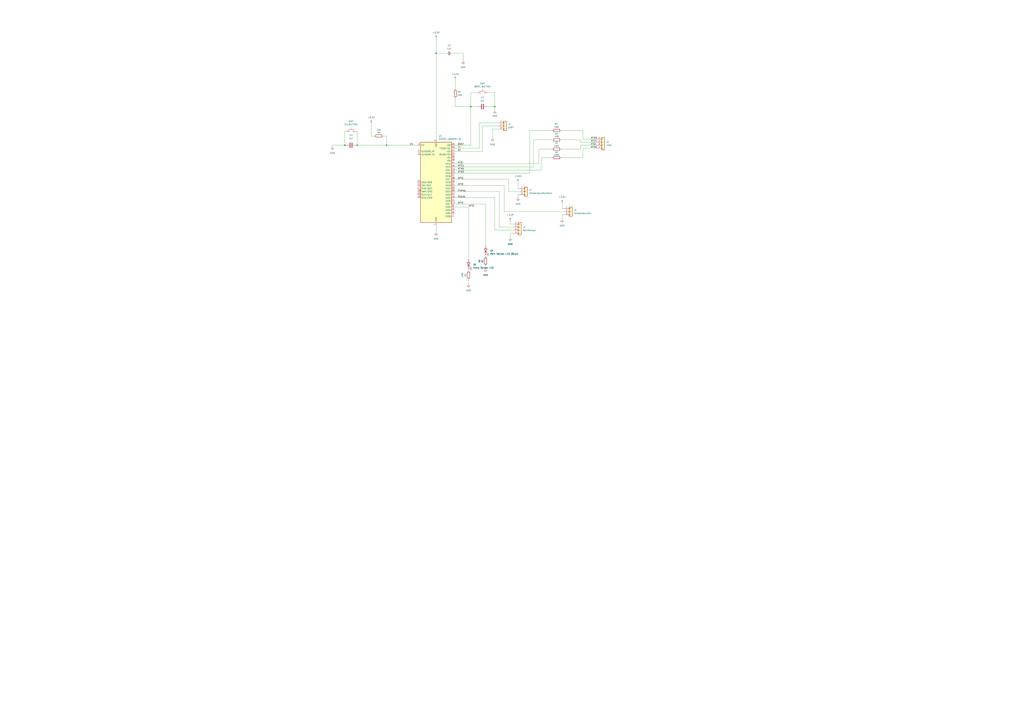
<source format=kicad_sch>
(kicad_sch (version 20230121) (generator eeschema)
  (paper "A1")
  (lib_symbols
    (symbol "Connector_Generic:Conn_01x03" (pin_names (offset 1.016) hide)
      (property "Reference" "J" (at 0 5.08 0))
      (property "Value" "Conn_01x03" (at 0 -5.08 0))
      (symbol "Conn_01x03_1_1"
        (rectangle (start -1.27 -2.413) (end 0 -2.667) (stroke (width 0.1524)))
        (rectangle (start -1.27 0.127) (end 0 -0.127) (stroke (width 0.1524)))
        (rectangle (start -1.27 2.667) (end 0 2.413) (stroke (width 0.1524)))
        (rectangle (start -1.27 3.81) (end 1.27 -3.81) (stroke (width 0.254)) (fill (type background)))
        (pin passive line (at -5.08 2.54 0) (length 3.81) (name "Pin_1") (number "1"))
        (pin passive line (at -5.08 0 0) (length 3.81) (name "Pin_2") (number "2"))
        (pin passive line (at -5.08 -2.54 0) (length 3.81) (name "Pin_3") (number "3"))
      )
    )
    (symbol "Connector_Generic:Conn_01x04" (pin_names (offset 1.016) hide)
      (property "Reference" "J" (at 0 5.08 0))
      (property "Value" "Conn_01x04" (at 0 -7.62 0))
      (symbol "Conn_01x04_1_1"
        (rectangle (start -1.27 -4.953) (end 0 -5.207) (stroke (width 0.1524)))
        (rectangle (start -1.27 -2.413) (end 0 -2.667) (stroke (width 0.1524)))
        (rectangle (start -1.27 0.127) (end 0 -0.127) (stroke (width 0.1524)))
        (rectangle (start -1.27 2.667) (end 0 2.413) (stroke (width 0.1524)))
        (rectangle (start -1.27 3.81) (end 1.27 -6.35) (stroke (width 0.254)) (fill (type background)))
        (pin passive line (at -5.08 2.54 0) (length 3.81) (name "Pin_1") (number "1"))
        (pin passive line (at -5.08 0 0) (length 3.81) (name "Pin_2") (number "2"))
        (pin passive line (at -5.08 -2.54 0) (length 3.81) (name "Pin_3") (number "3"))
        (pin passive line (at -5.08 -5.08 0) (length 3.81) (name "Pin_4") (number "4"))
      )
    )
    (symbol "Device:C" (pin_numbers hide) (pin_names (offset 0.254))
      (property "Reference" "C" (at 0.635 2.54 0))
      (property "Value" "C" (at 0.635 -2.54 0))
      (symbol "C_0_1"
        (polyline (pts (xy -2.032 -0.762) (xy 2.032 -0.762)) (stroke (width 0.508)))
        (polyline (pts (xy -2.032 0.762) (xy 2.032 0.762)) (stroke (width 0.508)))
      )
      (symbol "C_1_1"
        (pin passive line (at 0 3.81 270) (length 2.794) (name "~") (number "1"))
        (pin passive line (at 0 -3.81 90) (length 2.794) (name "~") (number "2"))
      )
    )
    (symbol "Device:C_Small" (pin_numbers hide) (pin_names (offset 0.254) hide)
      (property "Reference" "C" (at 0.254 1.778 0))
      (property "Value" "C_Small" (at 0.254 -2.032 0))
      (symbol "C_Small_0_1"
        (polyline (pts (xy -1.524 -0.508) (xy 1.524 -0.508)) (stroke (width 0.3302)))
        (polyline (pts (xy -1.524 0.508) (xy 1.524 0.508)) (stroke (width 0.3048)))
      )
      (symbol "C_Small_1_1"
        (pin passive line (at 0 2.54 270) (length 2.032) (name "~") (number "1"))
        (pin passive line (at 0 -2.54 90) (length 2.032) (name "~") (number "2"))
      )
    )
    (symbol "Device:LED" (pin_numbers hide) (pin_names (offset 1.016) hide)
      (property "Reference" "D" (at 0 2.54 0))
      (property "Value" "LED" (at 0 -2.54 0))
      (symbol "LED_0_1"
        (polyline (pts (xy -1.27 -1.27) (xy -1.27 1.27)) (stroke (width 0.254)))
        (polyline (pts (xy -1.27 0) (xy 1.27 0)))
        (polyline (pts (xy 1.27 -1.27) (xy 1.27 1.27) (xy -1.27 0) (xy 1.27 -1.27)) (stroke (width 0.254)))
        (polyline (pts (xy -3.048 -0.762) (xy -4.572 -2.286) (xy -3.81 -2.286) (xy -4.572 -2.286) (xy -4.572 -1.524)))
        (polyline (pts (xy -1.778 -0.762) (xy -3.302 -2.286) (xy -2.54 -2.286) (xy -3.302 -2.286) (xy -3.302 -1.524)))
      )
      (symbol "LED_1_1"
        (pin passive line (at -3.81 0 0) (length 2.54) (name "K") (number "1"))
        (pin passive line (at 3.81 0 180) (length 2.54) (name "A") (number "2"))
      )
    )
    (symbol "Device:R" (pin_numbers hide) (pin_names (offset 0))
      (property "Reference" "R" (at 2.032 0 90))
      (property "Value" "R" (at 0 0 90))
      (symbol "R_0_1"
        (rectangle (start -1.016 -2.54) (end 1.016 2.54) (stroke (width 0.254)))
      )
      (symbol "R_1_1"
        (pin passive line (at 0 3.81 270) (length 1.27) (name "~") (number "1"))
        (pin passive line (at 0 -3.81 90) (length 1.27) (name "~") (number "2"))
      )
    )
    (symbol "ESP32-WROOM-32_1"
      (property "Reference" "U" (at -12.7 34.29 0))
      (property "Value" "ESP32-WROOM-32" (at 1.27 34.29 0))
      (symbol "ESP32-WROOM-32_1_0_1"
        (rectangle (start -12.7 33.02) (end 12.7 -33.02) (stroke (width 0.254)) (fill (type background)))
      )
      (symbol "ESP32-WROOM-32_1_1_1"
        (pin power_in line (at 0 -35.56 90) (length 2.54) (name "GND") (number "1"))
        (pin bidirectional line (at 15.24 -12.7 180) (length 2.54) (name "IO25") (number "10"))
        (pin bidirectional line (at 15.24 -15.24 180) (length 2.54) (name "IO26") (number "11"))
        (pin bidirectional line (at 15.24 -17.78 180) (length 2.54) (name "IO27") (number "12"))
        (pin bidirectional line (at 15.24 10.16 180) (length 2.54) (name "IO14") (number "13"))
        (pin bidirectional line (at 15.24 15.24 180) (length 2.54) (name "IO12") (number "14"))
        (pin passive line (at 0 -35.56 90) (length 2.54) hide (name "GND") (number "15"))
        (pin bidirectional line (at 15.24 12.7 180) (length 2.54) (name "IO13") (number "16"))
        (pin bidirectional line (at -15.24 -5.08 0) (length 2.54) (name "SHD/SD2") (number "17"))
        (pin bidirectional line (at -15.24 -7.62 0) (length 2.54) (name "SWP/SD3") (number "18"))
        (pin bidirectional line (at -15.24 -12.7 0) (length 2.54) (name "SCS/CMD") (number "19"))
        (pin power_in line (at 0 35.56 270) (length 2.54) (name "VDD") (number "2"))
        (pin bidirectional line (at -15.24 -10.16 0) (length 2.54) (name "SCK/CLK") (number "20"))
        (pin bidirectional line (at -15.24 0 0) (length 2.54) (name "SDO/SD0") (number "21"))
        (pin bidirectional line (at -15.24 -2.54 0) (length 2.54) (name "SDI/SD1") (number "22"))
        (pin bidirectional line (at 15.24 7.62 180) (length 2.54) (name "IO15") (number "23"))
        (pin bidirectional line (at 15.24 25.4 180) (length 2.54) (name "IO2") (number "24"))
        (pin bidirectional line (at 15.24 30.48 180) (length 2.54) (name "IO0") (number "25"))
        (pin bidirectional line (at 15.24 20.32 180) (length 2.54) (name "IO4") (number "26"))
        (pin bidirectional line (at 15.24 5.08 180) (length 2.54) (name "IO16") (number "27"))
        (pin bidirectional line (at 15.24 2.54 180) (length 2.54) (name "IO17") (number "28"))
        (pin bidirectional line (at 15.24 17.78 180) (length 2.54) (name "IO5") (number "29"))
        (pin input line (at -15.24 30.48 0) (length 2.54) (name "EN") (number "3"))
        (pin bidirectional line (at 15.24 0 180) (length 2.54) (name "IO18") (number "30"))
        (pin bidirectional line (at 15.24 -2.54 180) (length 2.54) (name "IO19") (number "31"))
        (pin no_connect line (at -12.7 -27.94 0) (length 2.54) hide (name "NC") (number "32"))
        (pin bidirectional line (at 15.24 -5.08 180) (length 2.54) (name "IO21") (number "33"))
        (pin bidirectional line (at 15.24 22.86 180) (length 2.54) (name "RXD0/IO3") (number "34"))
        (pin bidirectional line (at 15.24 27.94 180) (length 2.54) (name "TXD0/IO1") (number "35"))
        (pin bidirectional line (at 15.24 -7.62 180) (length 2.54) (name "IO22") (number "36"))
        (pin bidirectional line (at 15.24 -10.16 180) (length 2.54) (name "IO23") (number "37"))
        (pin passive line (at 0 -35.56 90) (length 2.54) hide (name "GND") (number "38"))
        (pin passive line (at 0 -35.56 90) (length 2.54) hide (name "GND") (number "39"))
        (pin input line (at -15.24 25.4 0) (length 2.54) (name "SENSOR_VP") (number "4"))
        (pin input line (at -15.24 22.86 0) (length 2.54) (name "SENSOR_VN") (number "5"))
        (pin input line (at 15.24 -25.4 180) (length 2.54) (name "IO34") (number "6"))
        (pin input line (at 15.24 -27.94 180) (length 2.54) (name "IO35") (number "7"))
        (pin bidirectional line (at 15.24 -20.32 180) (length 2.54) (name "IO32") (number "8"))
        (pin bidirectional line (at 15.24 -22.86 180) (length 2.54) (name "IO33") (number "9"))
      )
    )
    (symbol "Switch:SW_Push" (pin_numbers hide) (pin_names (offset 1.016) hide)
      (property "Reference" "SW" (at 1.27 2.54 0))
      (property "Value" "SW_Push" (at 0 -1.524 0))
      (symbol "SW_Push_0_1"
        (circle (center -2.032 0) (radius 0.508))
        (polyline (pts (xy 0 1.27) (xy 0 3.048)))
        (polyline (pts (xy 2.54 1.27) (xy -2.54 1.27)))
        (circle (center 2.032 0) (radius 0.508))
        (pin passive line (at -5.08 0 0) (length 2.54) (name "1") (number "1"))
        (pin passive line (at 5.08 0 180) (length 2.54) (name "2") (number "2"))
      )
    )
    (symbol "power:+3.3V" (power) (pin_names (offset 0))
      (property "Value" "+3.3V" (at 0 3.556 0))
      (symbol "+3.3V_0_1"
        (polyline (pts (xy -0.762 1.27) (xy 0 2.54)))
        (polyline (pts (xy 0 0) (xy 0 2.54)))
        (polyline (pts (xy 0 2.54) (xy 0.762 1.27)))
      )
      (symbol "+3.3V_1_1"
        (pin power_in line (at 0 0 90) (length 0) hide (name "+3.3V") (number "1"))
      )
    )
    (symbol "power:GND" (power) (pin_names (offset 0))
      (property "Value" "GND" (at 0 -3.81 0))
      (symbol "GND_0_1"
        (polyline (pts (xy 0 0) (xy 0 -1.27) (xy 1.27 -1.27) (xy 0 -2.54) (xy -1.27 -1.27) (xy 0 -1.27)))
      )
      (symbol "GND_1_1"
        (pin power_in line (at 0 0 270) (length 0) hide (name "GND") (number "1"))
      )
    )
  )
  (junction (at 293.37 119.38))
  (junction (at 317.5 119.38))
  (junction (at 283.21 119.38))
  (junction (at 358.14 43.815))
  (junction (at 386.715 87.63))
  (junction (at 406.4 87.63))
  (wire (pts (xy 373.38 119.38) (xy 386.715 119.38)))
  (wire (pts (xy 396.24 124.46) (xy 396.24 103.505)))
  (wire (pts (xy 438.15 137.16) (xy 438.15 114.935)))
  (wire (pts (xy 384.81 170.18) (xy 384.81 213.36)))
  (wire (pts (xy 373.38 134.62) (xy 442.595 134.62)))
  (wire (pts (xy 406.4 162.56) (xy 373.38 162.56)))
  (wire (pts (xy 476.885 114.935) (xy 476.885 116.84)))
  (wire (pts (xy 461.01 129.54) (xy 478.79 129.54)))
  (wire (pts (xy 386.715 87.63) (xy 374.015 87.63)))
  (wire (pts (xy 317.5 111.76) (xy 314.96 111.76)))
  (wire (pts (xy 426.72 154.94) (xy 425.45 154.94)))
  (wire (pts (xy 373.38 137.16) (xy 438.15 137.16)))
  (wire (pts (xy 384.81 222.25) (xy 384.81 220.98)))
  (wire (pts (xy 371.475 43.815) (xy 380.365 43.815)))
  (wire (pts (xy 283.21 119.38) (xy 284.48 119.38)))
  (wire (pts (xy 434.975 107.315) (xy 453.39 107.315)))
  (wire (pts (xy 398.78 167.64) (xy 398.78 201.93)))
  (wire (pts (xy 461.645 176.53) (xy 461.645 180.34)))
  (wire (pts (xy 373.38 170.18) (xy 384.81 170.18)))
  (wire (pts (xy 358.14 185.42) (xy 358.14 191.135)))
  (wire (pts (xy 386.715 87.63) (xy 392.43 87.63)))
  (wire (pts (xy 438.15 114.935) (xy 453.39 114.935)))
  (wire (pts (xy 293.37 119.38) (xy 317.5 119.38)))
  (wire (pts (xy 419.1 195.58) (xy 419.1 191.77)))
  (wire (pts (xy 410.21 157.48) (xy 373.38 157.48)))
  (wire (pts (xy 283.21 107.95) (xy 283.21 119.38)))
  (wire (pts (xy 442.595 122.555) (xy 453.39 122.555)))
  (wire (pts (xy 406.4 87.63) (xy 406.4 90.805)))
  (wire (pts (xy 421.64 186.69) (xy 410.21 186.69)))
  (wire (pts (xy 406.4 189.23) (xy 406.4 162.56)))
  (wire (pts (xy 478.79 114.3) (xy 490.22 114.3)))
  (wire (pts (xy 386.715 76.2) (xy 391.16 76.2)))
  (wire (pts (xy 396.24 103.505) (xy 409.575 103.505)))
  (wire (pts (xy 461.01 114.935) (xy 476.885 114.935)))
  (wire (pts (xy 317.5 119.38) (xy 317.5 111.76)))
  (wire (pts (xy 417.83 147.32) (xy 417.83 157.48)))
  (wire (pts (xy 426.72 160.02) (xy 425.45 160.02)))
  (wire (pts (xy 419.1 191.77) (xy 421.64 191.77)))
  (wire (pts (xy 476.885 122.555) (xy 476.885 119.38)))
  (wire (pts (xy 292.1 119.38) (xy 293.37 119.38)))
  (wire (pts (xy 421.64 184.15) (xy 419.1 184.15)))
  (wire (pts (xy 393.7 121.92) (xy 393.7 100.965)))
  (wire (pts (xy 406.4 87.63) (xy 406.4 76.2)))
  (wire (pts (xy 380.365 43.815) (xy 380.365 50.165)))
  (wire (pts (xy 342.9 119.38) (xy 317.5 119.38)))
  (wire (pts (xy 414.02 152.4) (xy 414.02 173.99)))
  (wire (pts (xy 476.885 116.84) (xy 490.22 116.84)))
  (wire (pts (xy 386.715 87.63) (xy 386.715 76.2)))
  (wire (pts (xy 373.38 167.64) (xy 398.78 167.64)))
  (wire (pts (xy 444.5 129.54) (xy 453.39 129.54)))
  (wire (pts (xy 304.8 111.76) (xy 304.8 101.6)))
  (wire (pts (xy 417.83 157.48) (xy 426.72 157.48)))
  (wire (pts (xy 358.14 31.75) (xy 358.14 43.815)))
  (wire (pts (xy 463.55 171.45) (xy 461.645 171.45)))
  (wire (pts (xy 398.78 209.55) (xy 398.78 210.82)))
  (wire (pts (xy 425.45 154.94) (xy 425.45 149.86)))
  (wire (pts (xy 358.14 43.815) (xy 366.395 43.815)))
  (wire (pts (xy 373.38 142.24) (xy 434.975 142.24)))
  (wire (pts (xy 398.78 218.44) (xy 398.78 220.98)))
  (wire (pts (xy 307.34 111.76) (xy 304.8 111.76)))
  (wire (pts (xy 401.32 76.2) (xy 406.4 76.2)))
  (wire (pts (xy 478.79 121.92) (xy 490.22 121.92)))
  (wire (pts (xy 461.645 171.45) (xy 461.645 167.005)))
  (wire (pts (xy 386.715 119.38) (xy 386.715 87.63)))
  (wire (pts (xy 373.38 152.4) (xy 414.02 152.4)))
  (wire (pts (xy 478.79 129.54) (xy 478.79 121.92)))
  (wire (pts (xy 409.575 106.045) (xy 404.495 106.045)))
  (wire (pts (xy 373.38 124.46) (xy 396.24 124.46)))
  (wire (pts (xy 283.21 119.38) (xy 273.05 119.38)))
  (wire (pts (xy 384.81 229.87) (xy 384.81 233.68)))
  (wire (pts (xy 358.14 43.815) (xy 358.14 114.3)))
  (wire (pts (xy 414.02 173.99) (xy 463.55 173.99)))
  (wire (pts (xy 373.38 139.7) (xy 444.5 139.7)))
  (wire (pts (xy 400.05 87.63) (xy 406.4 87.63)))
  (wire (pts (xy 434.975 107.315) (xy 434.975 142.24)))
  (wire (pts (xy 410.21 186.69) (xy 410.21 157.48)))
  (wire (pts (xy 461.01 122.555) (xy 476.885 122.555)))
  (wire (pts (xy 393.7 100.965) (xy 409.575 100.965)))
  (wire (pts (xy 373.38 121.92) (xy 393.7 121.92)))
  (wire (pts (xy 444.5 139.7) (xy 444.5 129.54)))
  (wire (pts (xy 442.595 134.62) (xy 442.595 122.555)))
  (wire (pts (xy 478.79 107.315) (xy 478.79 114.3)))
  (wire (pts (xy 404.495 106.045) (xy 404.495 113.665)))
  (wire (pts (xy 293.37 107.95) (xy 293.37 119.38)))
  (wire (pts (xy 461.01 107.315) (xy 478.79 107.315)))
  (wire (pts (xy 374.015 65.405) (xy 374.015 73.025)))
  (wire (pts (xy 273.05 119.38) (xy 273.05 120.65)))
  (wire (pts (xy 463.55 176.53) (xy 461.645 176.53)))
  (wire (pts (xy 419.1 184.15) (xy 419.1 181.61)))
  (wire (pts (xy 421.64 189.23) (xy 406.4 189.23)))
  (wire (pts (xy 425.45 160.02) (xy 425.45 162.56)))
  (wire (pts (xy 374.015 87.63) (xy 374.015 80.645)))
  (wire (pts (xy 476.885 119.38) (xy 490.22 119.38)))
  (wire (pts (xy 373.38 147.32) (xy 417.83 147.32)))
  (label "MTCK" (at 485.14 116.84 0))
  (label "BOOT" (at 375.92 119.38 0))
  (label "GPIO" (at 384.81 170.18 0))
  (label "EN" (at 336.55 119.38 0))
  (label "MTDI" (at 485.14 119.38 0))
  (label "Analog" (at 375.92 157.48 0))
  (label "MTMS" (at 485.14 121.92 0))
  (label "GPIO" (at 375.92 167.64 0))
  (label "MTDO" (at 375.92 142.24 0))
  (label "MTMS" (at 375.92 139.7 0))
  (label "RX" (at 375.92 124.46 0))
  (label "GPIO" (at 375.92 147.32 0))
  (label "MTDO" (at 485.14 114.3 0))
  (label "GPIO" (at 375.92 152.4 0))
  (label "MTCK" (at 375.92 137.16 0))
  (label "Digital" (at 375.92 162.56 0))
  (label "MTDI" (at 375.92 134.62 0))
  (label "TX" (at 375.92 121.92 0))
  (symbol (lib_id "power:GND") (at 384.81 233.68 0) (unit 1)
    (property "Reference" "#PWR011" (effects hide))
    (property "Value" "GND" (at 384.81 238.76 0))
  )
  (symbol (lib_id "power:+3.3V") (at 358.14 31.75 0) (unit 1)
    (property "Reference" "#PWR02" (effects hide))
    (property "Value" "+3.3V" (at 358.14 26.67 0))
  )
  (symbol (lib_id "Device:C") (at 288.29 119.38 90) (unit 1)
    (property "Reference" "C?" (at 288.29 111.125 90))
    (property "Value" "1uF" (at 288.29 113.665 90))
  )
  (symbol (lib_id "power:+3.3V") (at 304.8 101.6 0) (unit 1)
    (property "Reference" "#PWR08" (effects hide))
    (property "Value" "+3.3V" (at 304.8 96.52 0))
  )
  (symbol (lib_id "power:GND") (at 358.14 191.135 0) (unit 1)
    (property "Reference" "#PWR01" (effects hide))
    (property "Value" "GND" (at 358.14 196.215 0))
  )
  (symbol (lib_id "Device:LED") (at 384.81 217.17 90) (unit 1)
    (property "Reference" "D?" (at 388.62 217.4875 90) (effects (justify right)))
    (property "Value" "Temp Sensor LED" (at 388.62 220.0275 90) (effects (justify right)))
  )
  (symbol (lib_id "Switch:SW_Push") (at 396.24 76.2 0) (unit 1)
    (property "Reference" "SW?" (at 396.24 68.58 0))
    (property "Value" "BOOT_BUTTON" (at 396.24 71.12 0))
  )
  (symbol (lib_id "power:GND") (at 419.1 195.58 0) (unit 1)
    (property "Reference" "#PWR07" (effects hide))
    (property "Value" "GND" (at 419.1 200.66 0))
  )
  (symbol (lib_id "Device:R") (at 457.2 129.54 90) (unit 1)
    (property "Reference" "R?" (at 457.2 125.222 90))
    (property "Value" "100" (at 456.946 127.254 90))
  )
  (symbol (lib_id "Device:R") (at 374.015 76.835 180) (unit 1)
    (property "Reference" "R?" (at 375.92 75.565 0) (effects (justify right)))
    (property "Value" "10k" (at 375.92 78.105 0) (effects (justify right)))
  )
  (symbol (lib_id "power:GND") (at 404.495 113.665 0) (unit 1)
    (property "Reference" "#PWR010" (effects hide))
    (property "Value" "GND" (at 404.495 118.745 0))
  )
  (symbol (lib_name "ESP32-WROOM-32_1") (lib_id "RF_Module:ESP32-WROOM-32") (at 358.14 149.86 0) (unit 1)
    (property "Reference" "U?" (at 360.3341 111.76 0) (effects (justify left)))
    (property "Value" "ESP32-WROOM-32" (at 360.3341 114.3 0) (effects (justify left)))
    (property "Footprint" "RF_Module:ESP32-WROOM-32" (effects hide))
    (property "Datasheet" "https://www.espressif.com/sites/default/files/documentation/esp32-wroom-32_datasheet_en.pdf" (effects hide))
  )
  (symbol (lib_id "Device:R") (at 384.81 226.06 0) (unit 1)
    (property "Reference" "R?" (at 382.27 227.33 90) (effects (justify left)))
    (property "Value" "100" (at 379.73 227.965 90) (effects (justify left)))
  )
  (symbol (lib_id "Connector_Generic:Conn_01x03") (at 414.655 103.505 0) (unit 1)
    (property "Reference" "J?" (at 417.195 102.235 0) (effects (justify left)))
    (property "Value" "UART" (at 417.195 104.775 0) (effects (justify left)))
  )
  (symbol (lib_id "Device:C_Small") (at 368.935 43.815 90) (unit 1)
    (property "Reference" "C?" (at 368.9413 37.465 90))
    (property "Value" "1uF" (at 368.9413 40.005 90))
  )
  (symbol (lib_id "Device:R") (at 457.2 114.935 90) (unit 1)
    (property "Reference" "R?" (at 457.2 110.109 90))
    (property "Value" "100" (at 457.2 112.268 90))
  )
  (symbol (lib_id "power:+3.3V") (at 419.1 181.61 0) (unit 1)
    (property "Reference" "#PWR05" (effects hide))
    (property "Value" "+3.3V" (at 419.1 176.53 0))
  )
  (symbol (lib_id "Device:LED") (at 398.78 205.74 90) (unit 1)
    (property "Reference" "D?" (at 402.59 206.0575 90) (effects (justify right)))
    (property "Value" "Rain Sensor LED (Blue)" (at 402.59 208.5975 90) (effects (justify right)))
  )
  (symbol (lib_id "Device:R") (at 311.15 111.76 270) (unit 1)
    (property "Reference" "R?" (at 309.88 109.22 90) (effects (justify left)))
    (property "Value" "10k" (at 309.245 106.68 90) (effects (justify left)))
  )
  (symbol (lib_id "power:+3.3V") (at 374.015 65.405 0) (unit 1)
    (property "Reference" "#PWR012" (effects hide))
    (property "Value" "+3.3V" (at 374.015 60.96 0))
  )
  (symbol (lib_id "Connector_Generic:Conn_01x04") (at 495.3 116.84 0) (unit 1)
    (property "Reference" "J?" (at 497.84 116.84 0) (effects (justify left)))
    (property "Value" "JTAG" (at 497.84 119.38 0) (effects (justify left)))
  )
  (symbol (lib_id "Device:R") (at 398.78 214.63 0) (unit 1)
    (property "Reference" "R?" (at 396.24 215.9 90) (effects (justify left)))
    (property "Value" "50" (at 393.7 215.9 90) (effects (justify left)))
  )
  (symbol (lib_id "power:GND") (at 425.45 162.56 0) (unit 1)
    (property "Reference" "#PWR06" (effects hide))
    (property "Value" "GND" (at 425.45 167.64 0))
  )
  (symbol (lib_id "Connector_Generic:Conn_01x04") (at 426.72 186.69 0) (unit 1)
    (property "Reference" "J?" (at 429.26 186.69 0) (effects (justify left)))
    (property "Value" "RainSensor" (at 429.26 189.23 0) (effects (justify left)))
  )
  (symbol (lib_id "Device:R") (at 457.2 122.555 90) (unit 1)
    (property "Reference" "R?" (at 457.2 117.475 90))
    (property "Value" "100" (at 456.946 120.015 90))
  )
  (symbol (lib_id "power:GND") (at 398.78 220.98 0) (unit 1)
    (property "Reference" "#PWR016" (effects hide))
    (property "Value" "GND" (at 398.78 226.06 0))
  )
  (symbol (lib_id "Device:R") (at 457.2 107.315 90) (unit 1)
    (property "Reference" "R?" (at 456.692 101.981 90))
    (property "Value" "100" (at 457.073 104.394 90))
  )
  (symbol (lib_id "power:+3.3V") (at 461.645 167.005 0) (unit 1)
    (property "Reference" "#PWR013" (effects hide))
    (property "Value" "+3.3V" (at 461.645 161.925 0))
  )
  (symbol (lib_id "power:GND") (at 406.4 90.805 0) (unit 1)
    (property "Reference" "#PWR015" (effects hide))
    (property "Value" "GND" (at 406.4 95.25 0))
  )
  (symbol (lib_id "Device:C") (at 396.24 87.63 90) (unit 1)
    (property "Reference" "C?" (at 396.24 80.264 90))
    (property "Value" "1uF" (at 396.24 82.804 90))
  )
  (symbol (lib_id "power:GND") (at 461.645 180.34 0) (unit 1)
    (property "Reference" "#PWR014" (effects hide))
    (property "Value" "GND" (at 461.645 185.42 0))
  )
  (symbol (lib_id "power:+3.3V") (at 425.45 149.86 0) (unit 1)
    (property "Reference" "#PWR04" (effects hide))
    (property "Value" "+3.3V" (at 425.45 144.78 0))
  )
  (symbol (lib_id "power:GND") (at 380.365 50.165 0) (unit 1)
    (property "Reference" "#PWR03" (effects hide))
    (property "Value" "GND" (at 380.365 55.245 0))
  )
  (symbol (lib_id "Switch:SW_Push") (at 288.29 107.95 0) (unit 1)
    (property "Reference" "SW?" (at 288.29 99.695 0))
    (property "Value" "EN_BUTTON" (at 288.29 102.235 0))
  )
  (symbol (lib_id "power:GND") (at 273.05 120.65 0) (unit 1)
    (property "Reference" "#PWR09" (effects hide))
    (property "Value" "GND" (at 273.05 125.73 0))
  )
  (symbol (lib_id "Connector_Generic:Conn_01x03") (at 431.8 157.48 0) (unit 1)
    (property "Reference" "J?" (at 434.34 156.21 0) (effects (justify left)))
    (property "Value" "TemperatureSurface" (at 434.34 158.75 0) (effects (justify left)))
  )
  (symbol (lib_id "Connector_Generic:Conn_01x03") (at 468.63 173.99 0) (unit 1)
    (property "Reference" "J?" (at 471.17 172.72 0) (effects (justify left)))
    (property "Value" "TemperatureAir" (at 471.17 175.26 0) (effects (justify left)))
  )
)
</source>
